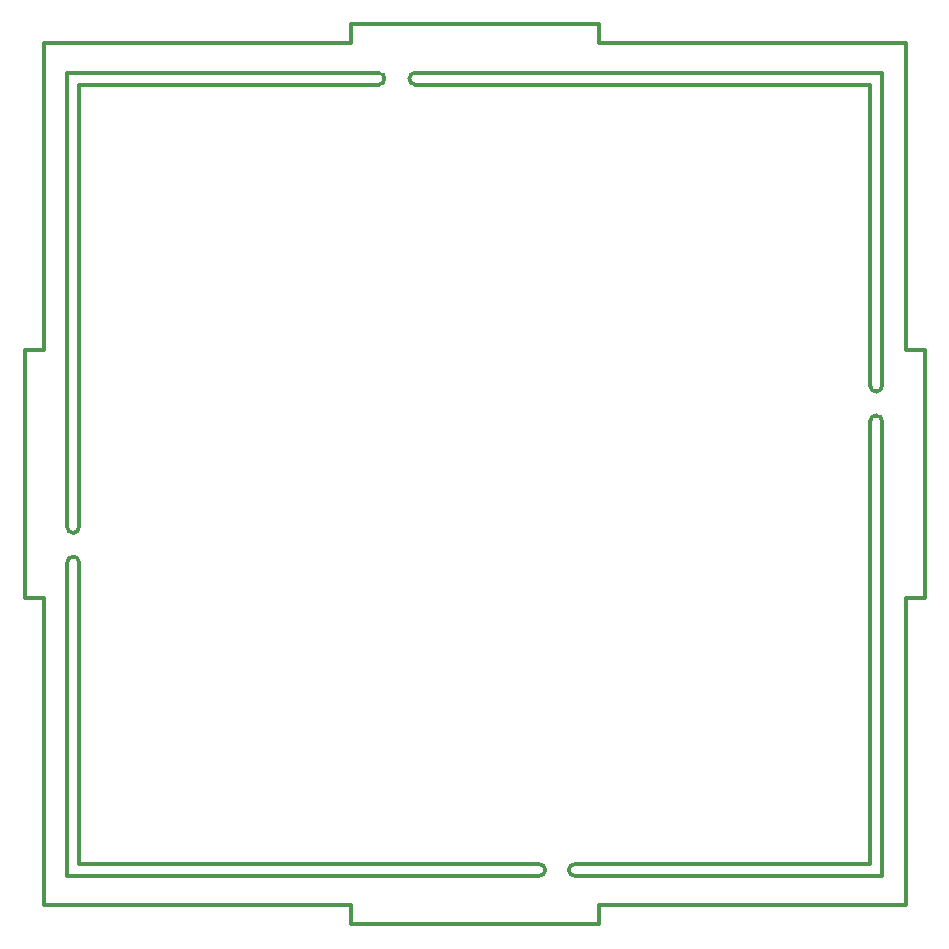
<source format=gbr>
%TF.GenerationSoftware,KiCad,Pcbnew,7.0.5-0*%
%TF.CreationDate,2024-02-28T20:05:30-05:00*%
%TF.ProjectId,swr_meter_front,7377725f-6d65-4746-9572-5f66726f6e74,rev?*%
%TF.SameCoordinates,Original*%
%TF.FileFunction,Profile,NP*%
%FSLAX46Y46*%
G04 Gerber Fmt 4.6, Leading zero omitted, Abs format (unit mm)*
G04 Created by KiCad (PCBNEW 7.0.5-0) date 2024-02-28 20:05:30*
%MOMM*%
%LPD*%
G01*
G04 APERTURE LIST*
%TA.AperFunction,Profile*%
%ADD10C,0.350000*%
%TD*%
%TA.AperFunction,Profile*%
%ADD11C,0.349999*%
%TD*%
G04 APERTURE END LIST*
D10*
X144856540Y-94734000D02*
G75*
G03*
X144856540Y-93734000I-40J500000D01*
G01*
D11*
X102890540Y-97233998D02*
X102890540Y-71234001D01*
X104890540Y-68200000D02*
X104890540Y-94734000D01*
X128890540Y-97233998D02*
X102890540Y-97233998D01*
X175890000Y-24233999D02*
X175890000Y-50233999D01*
X144856540Y-94734000D02*
X104890540Y-94734000D01*
D10*
X172886540Y-93734000D02*
X147856540Y-93734000D01*
D11*
X134356540Y-26734000D02*
X173890540Y-26734000D01*
D10*
X104890540Y-65200000D02*
G75*
G03*
X105890540Y-65200000I500000J-40D01*
G01*
D11*
X149890000Y-22634000D02*
X149890000Y-24234000D01*
D10*
X105890540Y-93734000D02*
X144856540Y-93734000D01*
X131256540Y-27734000D02*
X105890540Y-27734000D01*
X172886540Y-27734000D02*
X134356540Y-27734000D01*
D11*
X149890540Y-97234000D02*
X149890540Y-98834000D01*
X147856540Y-94734000D02*
X173886540Y-94734000D01*
X128890000Y-24233999D02*
X102890540Y-24233999D01*
D10*
X128890000Y-22634000D02*
X149890000Y-22634000D01*
X173886540Y-56234000D02*
G75*
G03*
X172886540Y-56234000I-500000J-40D01*
G01*
D11*
X175890000Y-50234000D02*
X177490000Y-50234000D01*
X104890540Y-65200000D02*
X104890540Y-26734000D01*
X102890540Y-50233999D02*
X102890540Y-24233999D01*
D10*
X134356540Y-26734000D02*
G75*
G03*
X134356540Y-27734000I-40J-500000D01*
G01*
X172886540Y-53234000D02*
X172886540Y-27734000D01*
D11*
X102890540Y-71234001D02*
X101290540Y-71234001D01*
X131256540Y-26734000D02*
X104890540Y-26734000D01*
X128890540Y-97233998D02*
X128890540Y-98833996D01*
X177490000Y-50240000D02*
X177490000Y-71234000D01*
D10*
X172886540Y-93734000D02*
X172886540Y-56234000D01*
X105890540Y-27734000D02*
X105890540Y-65200000D01*
D11*
X101290540Y-71234001D02*
X101290540Y-50233999D01*
D10*
X147856540Y-93734000D02*
G75*
G03*
X147856540Y-94734000I-40J-500000D01*
G01*
X131256540Y-27734000D02*
G75*
G03*
X131256540Y-26734000I-40J500000D01*
G01*
D11*
X175890540Y-71234000D02*
X177490000Y-71234000D01*
D10*
X105890540Y-93734000D02*
X105890540Y-68200000D01*
D11*
X173890540Y-53234000D02*
X173890540Y-26734000D01*
D10*
X172886540Y-53234000D02*
G75*
G03*
X173886540Y-53234000I500000J-40D01*
G01*
X105890540Y-68200000D02*
G75*
G03*
X104890540Y-68200000I-500000J-40D01*
G01*
X173886540Y-56234000D02*
X173886540Y-94734000D01*
D11*
X101290540Y-50233999D02*
X102890540Y-50233999D01*
X149890540Y-98834000D02*
X128890540Y-98834000D01*
X149890540Y-24234000D02*
X175890540Y-24234000D01*
X128890000Y-22634000D02*
X128890000Y-24233999D01*
X175890540Y-97234000D02*
X149890540Y-97234000D01*
X175890540Y-71234000D02*
X175890540Y-97234000D01*
M02*

</source>
